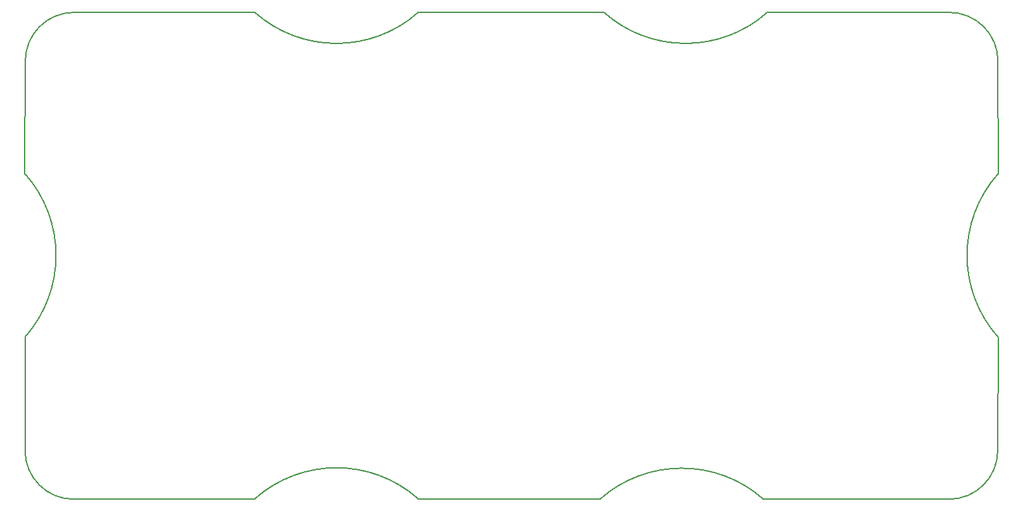
<source format=gbr>
G04 #@! TF.GenerationSoftware,KiCad,Pcbnew,(5.99.0-237-g844f45605)*
G04 #@! TF.CreationDate,2019-10-21T15:13:03+09:00*
G04 #@! TF.ProjectId,M5_board,4d355f62-6f61-4726-942e-6b696361645f,rev?*
G04 #@! TF.SameCoordinates,Original*
G04 #@! TF.FileFunction,Profile,NP*
%FSLAX46Y46*%
G04 Gerber Fmt 4.6, Leading zero omitted, Abs format (unit mm)*
G04 Created by KiCad (PCBNEW (5.99.0-237-g844f45605)) date 2019-10-21 15:13:03*
%MOMM*%
%LPD*%
G04 APERTURE LIST*
%ADD10C,0.150000*%
G04 APERTURE END LIST*
D10*
X159732000Y-130350000D02*
G75*
G02X181074960Y-130343821I10674960J-12016488D01*
G01*
X159732000Y-130350000D02*
X135991600Y-130292603D01*
X205325000Y-130350000D02*
X181074960Y-130343821D01*
X135998560Y-66743821D02*
X160248600Y-66750000D01*
X181591560Y-66743821D02*
G75*
G02X160248600Y-66750000I-10674960J12016488D01*
G01*
X181591560Y-66743821D02*
X205333600Y-66750000D01*
X211732112Y-109174960D02*
G75*
G02X211725933Y-87832000I12016488J10674960D01*
G01*
X211675000Y-124000000D02*
X211732112Y-109174960D01*
X211725933Y-87832000D02*
X211708600Y-73100000D01*
X84641267Y-109168000D02*
X84650000Y-124000000D01*
X84683600Y-73100000D02*
X84635088Y-87825040D01*
X84635088Y-87825040D02*
G75*
G02X84641267Y-109168000I-12016488J-10674960D01*
G01*
X91000000Y-130350000D02*
X114648640Y-130298782D01*
X91033600Y-66750000D02*
X114655600Y-66750000D01*
X114648640Y-130298782D02*
G75*
G02X135991600Y-130292603I10674960J-12016488D01*
G01*
X135998560Y-66743821D02*
G75*
G02X114655600Y-66750000I-10674960J12016488D01*
G01*
X84683600Y-73100000D02*
G75*
G02X91033600Y-66750000I6350000J0D01*
G01*
X205333600Y-66750049D02*
G75*
G02X211708600Y-73100000I25000J-6349951D01*
G01*
X211675000Y-124000000D02*
G75*
G02X205325000Y-130350000I-6350000J0D01*
G01*
X91000000Y-130350000D02*
G75*
G02X84650000Y-124000000I0J6350000D01*
G01*
M02*

</source>
